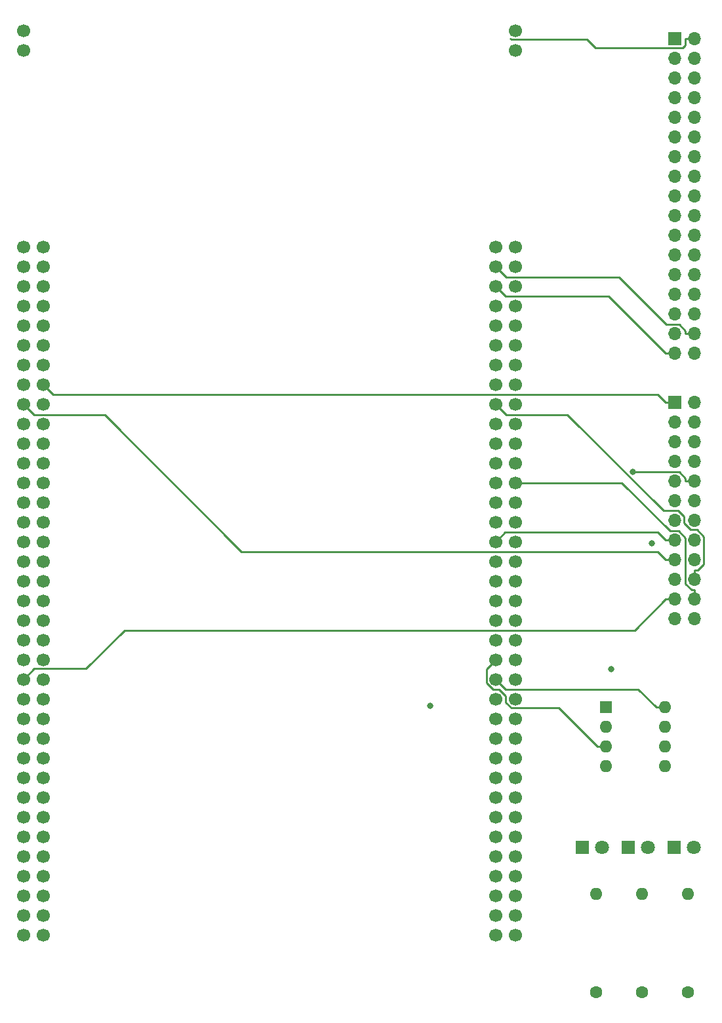
<source format=gbr>
%TF.GenerationSoftware,KiCad,Pcbnew,(5.1.10)-1*%
%TF.CreationDate,2022-06-15T22:29:57+09:00*%
%TF.ProjectId,2022_barami,32303232-5f62-4617-9261-6d692e6b6963,rev?*%
%TF.SameCoordinates,Original*%
%TF.FileFunction,Copper,L4,Bot*%
%TF.FilePolarity,Positive*%
%FSLAX46Y46*%
G04 Gerber Fmt 4.6, Leading zero omitted, Abs format (unit mm)*
G04 Created by KiCad (PCBNEW (5.1.10)-1) date 2022-06-15 22:29:57*
%MOMM*%
%LPD*%
G01*
G04 APERTURE LIST*
%TA.AperFunction,ComponentPad*%
%ADD10C,1.700000*%
%TD*%
%TA.AperFunction,ComponentPad*%
%ADD11O,1.600000X1.600000*%
%TD*%
%TA.AperFunction,ComponentPad*%
%ADD12C,1.600000*%
%TD*%
%TA.AperFunction,ComponentPad*%
%ADD13R,1.600000X1.600000*%
%TD*%
%TA.AperFunction,ComponentPad*%
%ADD14O,1.700000X1.700000*%
%TD*%
%TA.AperFunction,ComponentPad*%
%ADD15R,1.700000X1.700000*%
%TD*%
%TA.AperFunction,ComponentPad*%
%ADD16C,1.800000*%
%TD*%
%TA.AperFunction,ComponentPad*%
%ADD17R,1.800000X1.800000*%
%TD*%
%TA.AperFunction,ViaPad*%
%ADD18C,0.800000*%
%TD*%
%TA.AperFunction,Conductor*%
%ADD19C,0.250000*%
%TD*%
G04 APERTURE END LIST*
D10*
%TO.P,U1,148*%
%TO.N,N/C*%
X143260000Y-45910000D03*
%TO.P,U1,147*%
X143260000Y-43370000D03*
%TO.P,U1,146*%
X79760000Y-45910000D03*
%TO.P,U1,145*%
X79760000Y-43370000D03*
%TO.P,U1,144*%
%TO.N,GND*%
X143260000Y-160210000D03*
%TO.P,U1,143*%
X140720000Y-160210000D03*
%TO.P,U1,142*%
%TO.N,QUADSPI_BK1_NCS*%
X143260000Y-157670000D03*
%TO.P,U1,141*%
%TO.N,N/C*%
X140720000Y-157670000D03*
%TO.P,U1,140*%
X143260000Y-155130000D03*
%TO.P,U1,139*%
X140720000Y-155130000D03*
%TO.P,U1,138*%
%TO.N,LCD_G7*%
X143260000Y-152590000D03*
%TO.P,U1,137*%
%TO.N,LCD_B3*%
X140720000Y-152590000D03*
%TO.P,U1,136*%
%TO.N,N/C*%
X143260000Y-150050000D03*
%TO.P,U1,135*%
%TO.N,GND*%
X140720000Y-150050000D03*
%TO.P,U1,134*%
%TO.N,N/C*%
X143260000Y-147510000D03*
%TO.P,U1,133*%
X140720000Y-147510000D03*
%TO.P,U1,132*%
X143260000Y-144970000D03*
%TO.P,U1,131*%
X140720000Y-144970000D03*
%TO.P,U1,130*%
X143260000Y-142430000D03*
%TO.P,U1,129*%
X140720000Y-142430000D03*
%TO.P,U1,128*%
%TO.N,LCD_G3*%
X143260000Y-139890000D03*
%TO.P,U1,127*%
%TO.N,TIM1_CH3*%
X140720000Y-139890000D03*
%TO.P,U1,126*%
%TO.N,GND*%
X143260000Y-137350000D03*
%TO.P,U1,125*%
%TO.N,LCD_R7*%
X140720000Y-137350000D03*
%TO.P,U1,124*%
%TO.N,TIM1_CH1*%
X143260000Y-134810000D03*
%TO.P,U1,123*%
%TO.N,LCD_CLK*%
X140720000Y-134810000D03*
%TO.P,U1,122*%
%TO.N,N/C*%
X143260000Y-132270000D03*
%TO.P,U1,121*%
%TO.N,LCD_B4*%
X140720000Y-132270000D03*
%TO.P,U1,120*%
%TO.N,N/C*%
X143260000Y-129730000D03*
%TO.P,U1,119*%
X140720000Y-129730000D03*
%TO.P,U1,118*%
X143260000Y-127190000D03*
%TO.P,U1,117*%
%TO.N,QUADSPI_BK1_IO0*%
X140720000Y-127190000D03*
%TO.P,U1,116*%
%TO.N,N/C*%
X143260000Y-124650000D03*
%TO.P,U1,115*%
%TO.N,QUADSPI_BK1_IO1*%
X140720000Y-124650000D03*
%TO.P,U1,114*%
%TO.N,N/C*%
X143260000Y-122110000D03*
%TO.P,U1,113*%
X140720000Y-122110000D03*
%TO.P,U1,112*%
X143260000Y-119570000D03*
%TO.P,U1,111*%
%TO.N,GND*%
X140720000Y-119570000D03*
%TO.P,U1,110*%
%TO.N,N/C*%
X143260000Y-117030000D03*
%TO.P,U1,109*%
%TO.N,LCD_B5*%
X140720000Y-117030000D03*
%TO.P,U1,108*%
%TO.N,N/C*%
X143260000Y-114490000D03*
%TO.P,U1,107*%
X140720000Y-114490000D03*
%TO.P,U1,106*%
X143260000Y-111950000D03*
%TO.P,U1,105*%
X140720000Y-111950000D03*
%TO.P,U1,104*%
%TO.N,GND*%
X143260000Y-109410000D03*
%TO.P,U1,103*%
%TO.N,SPI1_SCK*%
X140720000Y-109410000D03*
%TO.P,U1,102*%
%TO.N,N/C*%
X143260000Y-106870000D03*
%TO.P,U1,101*%
X140720000Y-106870000D03*
%TO.P,U1,100*%
X143260000Y-104330000D03*
%TO.P,U1,99*%
X140720000Y-104330000D03*
%TO.P,U1,98*%
%TO.N,USART1_RX*%
X143260000Y-101790000D03*
%TO.P,U1,97*%
%TO.N,LCD_G4*%
X140720000Y-101790000D03*
%TO.P,U1,96*%
%TO.N,LCD_R6*%
X143260000Y-99250000D03*
%TO.P,U1,95*%
%TO.N,LCD_B3*%
X140720000Y-99250000D03*
%TO.P,U1,94*%
%TO.N,QUADSPI_CLK*%
X143260000Y-96710000D03*
%TO.P,U1,93*%
%TO.N,N/C*%
X140720000Y-96710000D03*
%TO.P,U1,92*%
%TO.N,GND*%
X143260000Y-94170000D03*
%TO.P,U1,91*%
%TO.N,LCD_G6*%
X140720000Y-94170000D03*
%TO.P,U1,90*%
%TO.N,LCD_G5*%
X143260000Y-91630000D03*
%TO.P,U1,89*%
%TO.N,USART1_TX*%
X140720000Y-91630000D03*
%TO.P,U1,88*%
%TO.N,N/C*%
X143260000Y-89090000D03*
%TO.P,U1,87*%
X140720000Y-89090000D03*
%TO.P,U1,86*%
X143260000Y-86550000D03*
%TO.P,U1,85*%
%TO.N,LCD_G2*%
X140720000Y-86550000D03*
%TO.P,U1,84*%
%TO.N,N/C*%
X143260000Y-84010000D03*
%TO.P,U1,83*%
%TO.N,LCD_R4*%
X140720000Y-84010000D03*
%TO.P,U1,82*%
%TO.N,N/C*%
X143260000Y-81470000D03*
%TO.P,U1,81*%
%TO.N,GND*%
X140720000Y-81470000D03*
%TO.P,U1,80*%
%TO.N,N/C*%
X143260000Y-78930000D03*
%TO.P,U1,79*%
X140720000Y-78930000D03*
%TO.P,U1,78*%
X143260000Y-76390000D03*
%TO.P,U1,77*%
%TO.N,LCD_B7*%
X140720000Y-76390000D03*
%TO.P,U1,76*%
%TO.N,LCD_HSYNC*%
X143260000Y-73850000D03*
%TO.P,U1,75*%
%TO.N,LCD_B6*%
X140720000Y-73850000D03*
%TO.P,U1,74*%
%TO.N,N/C*%
X143260000Y-71310000D03*
%TO.P,U1,73*%
X140720000Y-71310000D03*
%TO.P,U1,72*%
%TO.N,GND*%
X82300000Y-160210000D03*
%TO.P,U1,71*%
X79760000Y-160210000D03*
%TO.P,U1,70*%
%TO.N,N/C*%
X82300000Y-157670000D03*
%TO.P,U1,69*%
X79760000Y-157670000D03*
%TO.P,U1,68*%
X82300000Y-155130000D03*
%TO.P,U1,67*%
X79760000Y-155130000D03*
%TO.P,U1,66*%
X82300000Y-152590000D03*
%TO.P,U1,65*%
X79760000Y-152590000D03*
%TO.P,U1,64*%
X82300000Y-150050000D03*
%TO.P,U1,63*%
%TO.N,SPI1_MISO*%
X79760000Y-150050000D03*
%TO.P,U1,62*%
%TO.N,SAI1_SD_A*%
X82300000Y-147510000D03*
%TO.P,U1,61*%
%TO.N,N/C*%
X79760000Y-147510000D03*
%TO.P,U1,60*%
%TO.N,GND*%
X82300000Y-144970000D03*
%TO.P,U1,59*%
%TO.N,N/C*%
X79760000Y-144970000D03*
%TO.P,U1,58*%
X82300000Y-142430000D03*
%TO.P,U1,57*%
%TO.N,LED_ERR*%
X79760000Y-142430000D03*
%TO.P,U1,56*%
%TO.N,SAI1_FS_B*%
X82300000Y-139890000D03*
%TO.P,U1,55*%
%TO.N,LED_RUN*%
X79760000Y-139890000D03*
%TO.P,U1,54*%
%TO.N,SAI1_SCK_B*%
X82300000Y-137350000D03*
%TO.P,U1,53*%
%TO.N,I2C2_SDA*%
X79760000Y-137350000D03*
%TO.P,U1,52*%
%TO.N,N/C*%
X82300000Y-134810000D03*
%TO.P,U1,51*%
%TO.N,I2C2_SCL*%
X79760000Y-134810000D03*
%TO.P,U1,50*%
%TO.N,SAI1_SCK_A*%
X82300000Y-132270000D03*
%TO.P,U1,49*%
%TO.N,GND*%
X79760000Y-132270000D03*
%TO.P,U1,48*%
%TO.N,SAI1_FS_A*%
X82300000Y-129730000D03*
%TO.P,U1,47*%
%TO.N,SAI1_SD_B*%
X79760000Y-129730000D03*
%TO.P,U1,46*%
%TO.N,QUADSPI_BK1_IO2*%
X82300000Y-127190000D03*
%TO.P,U1,45*%
%TO.N,SPI1_MOSI*%
X79760000Y-127190000D03*
%TO.P,U1,44*%
%TO.N,N/C*%
X82300000Y-124650000D03*
%TO.P,U1,43*%
X79760000Y-124650000D03*
%TO.P,U1,42*%
X82300000Y-122110000D03*
%TO.P,U1,41*%
%TO.N,GPIO_EXT3*%
X79760000Y-122110000D03*
%TO.P,U1,40*%
%TO.N,GPIO_EXT1*%
X82300000Y-119570000D03*
%TO.P,U1,39*%
%TO.N,GPIO_EXT2*%
X79760000Y-119570000D03*
%TO.P,U1,38*%
%TO.N,LCD_R5*%
X82300000Y-117030000D03*
%TO.P,U1,37*%
%TO.N,N/C*%
X79760000Y-117030000D03*
%TO.P,U1,36*%
X82300000Y-114490000D03*
%TO.P,U1,35*%
X79760000Y-114490000D03*
%TO.P,U1,34*%
%TO.N,LCD_R3*%
X82300000Y-111950000D03*
%TO.P,U1,33*%
%TO.N,N/C*%
X79760000Y-111950000D03*
%TO.P,U1,32*%
%TO.N,LCD_VSYNC*%
X82300000Y-109410000D03*
%TO.P,U1,31*%
%TO.N,N/C*%
X79760000Y-109410000D03*
%TO.P,U1,30*%
X82300000Y-106870000D03*
%TO.P,U1,29*%
X79760000Y-106870000D03*
%TO.P,U1,28*%
X82300000Y-104330000D03*
%TO.P,U1,27*%
X79760000Y-104330000D03*
%TO.P,U1,26*%
X82300000Y-101790000D03*
%TO.P,U1,25*%
X79760000Y-101790000D03*
%TO.P,U1,24*%
X82300000Y-99250000D03*
%TO.P,U1,23*%
X79760000Y-99250000D03*
%TO.P,U1,22*%
%TO.N,GND*%
X82300000Y-96710000D03*
%TO.P,U1,21*%
%TO.N,N/C*%
X79760000Y-96710000D03*
%TO.P,U1,20*%
%TO.N,GND*%
X82300000Y-94170000D03*
%TO.P,U1,19*%
X79760000Y-94170000D03*
%TO.P,U1,18*%
%TO.N,N/C*%
X82300000Y-91630000D03*
%TO.P,U1,17*%
%TO.N,SPI1_NSS*%
X79760000Y-91630000D03*
%TO.P,U1,16*%
%TO.N,+3V3*%
X82300000Y-89090000D03*
%TO.P,U1,15*%
%TO.N,N/C*%
X79760000Y-89090000D03*
%TO.P,U1,14*%
X82300000Y-86550000D03*
%TO.P,U1,13*%
%TO.N,LCD_BLK*%
X79760000Y-86550000D03*
%TO.P,U1,12*%
%TO.N,N/C*%
X82300000Y-84010000D03*
%TO.P,U1,11*%
X79760000Y-84010000D03*
%TO.P,U1,10*%
X82300000Y-81470000D03*
%TO.P,U1,9*%
%TO.N,QUADSPI_BK1_IO3*%
X79760000Y-81470000D03*
%TO.P,U1,8*%
%TO.N,GND*%
X82300000Y-78930000D03*
%TO.P,U1,7*%
%TO.N,N/C*%
X79760000Y-78930000D03*
%TO.P,U1,6*%
X82300000Y-76390000D03*
%TO.P,U1,5*%
X79760000Y-76390000D03*
%TO.P,U1,4*%
%TO.N,LED_ACT*%
X82300000Y-73850000D03*
%TO.P,U1,3*%
%TO.N,N/C*%
X79760000Y-73850000D03*
%TO.P,U1,2*%
X82300000Y-71310000D03*
%TO.P,U1,1*%
X79760000Y-71310000D03*
%TD*%
D11*
%TO.P,R3,2*%
%TO.N,Net-(D3-Pad2)*%
X165532000Y-154940000D03*
D12*
%TO.P,R3,1*%
%TO.N,LED_ACT*%
X165532000Y-167640000D03*
%TD*%
D11*
%TO.P,R2,2*%
%TO.N,Net-(D2-Pad2)*%
X159591000Y-154940000D03*
D12*
%TO.P,R2,1*%
%TO.N,LED_RUN*%
X159591000Y-167640000D03*
%TD*%
D11*
%TO.P,R1,2*%
%TO.N,Net-(D1-Pad2)*%
X153670000Y-154940000D03*
D12*
%TO.P,R1,1*%
%TO.N,LED_ERR*%
X153670000Y-167640000D03*
%TD*%
D11*
%TO.P,U2,8*%
%TO.N,QUADSPI_BK1_IO0*%
X162560000Y-130810000D03*
%TO.P,U2,4*%
%TO.N,QUADSPI_BK1_IO3*%
X154940000Y-138430000D03*
%TO.P,U2,7*%
%TO.N,GND*%
X162560000Y-133350000D03*
%TO.P,U2,3*%
%TO.N,QUADSPI_BK1_IO1*%
X154940000Y-135890000D03*
%TO.P,U2,6*%
%TO.N,QUADSPI_CLK*%
X162560000Y-135890000D03*
%TO.P,U2,2*%
%TO.N,+3V3*%
X154940000Y-133350000D03*
%TO.P,U2,5*%
%TO.N,QUADSPI_BK1_IO2*%
X162560000Y-138430000D03*
D13*
%TO.P,U2,1*%
%TO.N,QUADSPI_BK1_NCS*%
X154940000Y-130810000D03*
%TD*%
D14*
%TO.P,J2,24*%
%TO.N,GND*%
X166370000Y-119380000D03*
%TO.P,J2,23*%
X163830000Y-119380000D03*
%TO.P,J2,22*%
%TO.N,USART1_RX*%
X166370000Y-116840000D03*
%TO.P,J2,21*%
%TO.N,SPI1_MOSI*%
X163830000Y-116840000D03*
%TO.P,J2,20*%
%TO.N,USART1_TX*%
X166370000Y-114300000D03*
%TO.P,J2,19*%
%TO.N,SPI1_MISO*%
X163830000Y-114300000D03*
%TO.P,J2,18*%
%TO.N,TIM1_CH3*%
X166370000Y-111760000D03*
%TO.P,J2,17*%
%TO.N,SPI1_NSS*%
X163830000Y-111760000D03*
%TO.P,J2,16*%
%TO.N,TIM1_CH1*%
X166370000Y-109220000D03*
%TO.P,J2,15*%
%TO.N,SPI1_SCK*%
X163830000Y-109220000D03*
%TO.P,J2,14*%
%TO.N,I2C2_SCL*%
X166370000Y-106680000D03*
%TO.P,J2,13*%
%TO.N,SAI1_FS_B*%
X163830000Y-106680000D03*
%TO.P,J2,12*%
%TO.N,I2C2_SDA*%
X166370000Y-104140000D03*
%TO.P,J2,11*%
%TO.N,SAI1_SCK_B*%
X163830000Y-104140000D03*
%TO.P,J2,10*%
%TO.N,GPIO_EXT3*%
X166370000Y-101600000D03*
%TO.P,J2,9*%
%TO.N,SAI1_SD_A*%
X163830000Y-101600000D03*
%TO.P,J2,8*%
%TO.N,GPIO_EXT2*%
X166370000Y-99060000D03*
%TO.P,J2,7*%
%TO.N,SAI1_SCK_A*%
X163830000Y-99060000D03*
%TO.P,J2,6*%
%TO.N,GPIO_EXT1*%
X166370000Y-96520000D03*
%TO.P,J2,5*%
%TO.N,SAI1_FS_A*%
X163830000Y-96520000D03*
%TO.P,J2,4*%
%TO.N,N/C*%
X166370000Y-93980000D03*
%TO.P,J2,3*%
%TO.N,SAI1_SD_B*%
X163830000Y-93980000D03*
%TO.P,J2,2*%
%TO.N,+3V3*%
X166370000Y-91440000D03*
D15*
%TO.P,J2,1*%
X163830000Y-91440000D03*
%TD*%
D16*
%TO.P,D3,2*%
%TO.N,Net-(D3-Pad2)*%
X166225000Y-148935000D03*
D17*
%TO.P,D3,1*%
%TO.N,GND*%
X163685000Y-148935000D03*
%TD*%
D16*
%TO.P,D2,2*%
%TO.N,Net-(D2-Pad2)*%
X160325000Y-148935000D03*
D17*
%TO.P,D2,1*%
%TO.N,GND*%
X157785000Y-148935000D03*
%TD*%
D16*
%TO.P,D1,2*%
%TO.N,Net-(D1-Pad2)*%
X154425000Y-148935000D03*
D17*
%TO.P,D1,1*%
%TO.N,GND*%
X151885000Y-148935000D03*
%TD*%
D14*
%TO.P,J1,34*%
%TO.N,LCD_CLK*%
X166370000Y-85090000D03*
%TO.P,J1,33*%
%TO.N,LCD_B7*%
X163830000Y-85090000D03*
%TO.P,J1,32*%
%TO.N,LCD_B6*%
X166370000Y-82550000D03*
%TO.P,J1,31*%
%TO.N,GND*%
X163830000Y-82550000D03*
%TO.P,J1,30*%
%TO.N,LCD_B5*%
X166370000Y-80010000D03*
%TO.P,J1,29*%
%TO.N,LCD_B4*%
X163830000Y-80010000D03*
%TO.P,J1,28*%
%TO.N,N/C*%
X166370000Y-77470000D03*
%TO.P,J1,27*%
%TO.N,GND*%
X163830000Y-77470000D03*
%TO.P,J1,26*%
X166370000Y-74930000D03*
%TO.P,J1,25*%
%TO.N,+3V3*%
X163830000Y-74930000D03*
%TO.P,J1,24*%
X166370000Y-72390000D03*
%TO.P,J1,23*%
%TO.N,LCD_B3*%
X163830000Y-72390000D03*
%TO.P,J1,22*%
%TO.N,GND*%
X166370000Y-69850000D03*
%TO.P,J1,21*%
X163830000Y-69850000D03*
%TO.P,J1,20*%
%TO.N,LCD_BLK*%
X166370000Y-67310000D03*
%TO.P,J1,19*%
%TO.N,GND*%
X163830000Y-67310000D03*
%TO.P,J1,18*%
%TO.N,LCD_G6*%
X166370000Y-64770000D03*
%TO.P,J1,17*%
%TO.N,LCD_G7*%
X163830000Y-64770000D03*
%TO.P,J1,16*%
%TO.N,LCD_G4*%
X166370000Y-62230000D03*
%TO.P,J1,15*%
%TO.N,LCD_G5*%
X163830000Y-62230000D03*
%TO.P,J1,14*%
%TO.N,LCD_G2*%
X166370000Y-59690000D03*
%TO.P,J1,13*%
%TO.N,LCD_G3*%
X163830000Y-59690000D03*
%TO.P,J1,12*%
%TO.N,GND*%
X166370000Y-57150000D03*
%TO.P,J1,11*%
X163830000Y-57150000D03*
%TO.P,J1,10*%
%TO.N,LCD_R6*%
X166370000Y-54610000D03*
%TO.P,J1,9*%
%TO.N,LCD_R7*%
X163830000Y-54610000D03*
%TO.P,J1,8*%
%TO.N,LCD_R4*%
X166370000Y-52070000D03*
%TO.P,J1,7*%
%TO.N,LCD_R5*%
X163830000Y-52070000D03*
%TO.P,J1,6*%
%TO.N,GND*%
X166370000Y-49530000D03*
%TO.P,J1,5*%
%TO.N,LCD_R3*%
X163830000Y-49530000D03*
%TO.P,J1,4*%
%TO.N,GND*%
X166370000Y-46990000D03*
%TO.P,J1,3*%
X163830000Y-46990000D03*
%TO.P,J1,2*%
%TO.N,LCD_VSYNC*%
X166370000Y-44450000D03*
D15*
%TO.P,J1,1*%
%TO.N,LCD_HSYNC*%
X163830000Y-44450000D03*
%TD*%
D18*
%TO.N,GPIO_EXT3*%
X158377000Y-100422000D03*
%TO.N,SAI1_SD_A*%
X160882000Y-109608000D03*
%TO.N,QUADSPI_CLK*%
X155609000Y-125903000D03*
%TO.N,QUADSPI_BK1_IO3*%
X132271000Y-130573000D03*
%TD*%
D19*
%TO.N,LCD_B7*%
X163830000Y-85090000D02*
X162655000Y-85090000D01*
X162655000Y-85090000D02*
X155225000Y-77660000D01*
X155225000Y-77660000D02*
X141990000Y-77660000D01*
X141990000Y-77660000D02*
X140720000Y-76390000D01*
%TO.N,LCD_B6*%
X166370000Y-82550000D02*
X165195000Y-82550000D01*
X165195000Y-82550000D02*
X165195000Y-82182600D01*
X165195000Y-82182600D02*
X164387000Y-81374700D01*
X164387000Y-81374700D02*
X162749000Y-81374700D01*
X162749000Y-81374700D02*
X156589000Y-75214600D01*
X156589000Y-75214600D02*
X142085000Y-75214600D01*
X142085000Y-75214600D02*
X140720000Y-73850000D01*
%TO.N,+3V3*%
X163830000Y-91440000D02*
X162655000Y-91440000D01*
X162655000Y-91440000D02*
X161575000Y-90360000D01*
X161575000Y-90360000D02*
X83570000Y-90360000D01*
X83570000Y-90360000D02*
X82300000Y-89090000D01*
%TO.N,LCD_VSYNC*%
X166370000Y-44450000D02*
X165195000Y-44450000D01*
X165195000Y-44450000D02*
X165195000Y-45258100D01*
X165195000Y-45258100D02*
X164828000Y-45625300D01*
X164828000Y-45625300D02*
X153530000Y-45625300D01*
X153530000Y-45625300D02*
X152450000Y-44545400D01*
X152450000Y-44545400D02*
X142696000Y-44545400D01*
X142696000Y-44545400D02*
X142696000Y-44545000D01*
X142696000Y-44545000D02*
X142601000Y-44450000D01*
%TO.N,USART1_RX*%
X166370000Y-116840000D02*
X166370000Y-115665000D01*
X166370000Y-115665000D02*
X166003000Y-115665000D01*
X166003000Y-115665000D02*
X165195000Y-114857000D01*
X165195000Y-114857000D02*
X165195000Y-108920000D01*
X165195000Y-108920000D02*
X164319000Y-108045000D01*
X164319000Y-108045000D02*
X163214000Y-108045000D01*
X163214000Y-108045000D02*
X156959000Y-101790000D01*
X156959000Y-101790000D02*
X143260000Y-101790000D01*
%TO.N,SPI1_MOSI*%
X163830000Y-116840000D02*
X162655000Y-116840000D01*
X162655000Y-116840000D02*
X158655000Y-120840000D01*
X158655000Y-120840000D02*
X92770500Y-120840000D01*
X92770500Y-120840000D02*
X87785100Y-125825000D01*
X87785100Y-125825000D02*
X81124600Y-125825000D01*
X81124600Y-125825000D02*
X79760000Y-127190000D01*
%TO.N,USART1_TX*%
X166370000Y-114300000D02*
X166370000Y-113125000D01*
X166370000Y-113125000D02*
X166737000Y-113125000D01*
X166737000Y-113125000D02*
X167571000Y-112291000D01*
X167571000Y-112291000D02*
X167571000Y-108759000D01*
X167571000Y-108759000D02*
X166668000Y-107855000D01*
X166668000Y-107855000D02*
X165844000Y-107855000D01*
X165844000Y-107855000D02*
X165005000Y-107016000D01*
X165005000Y-107016000D02*
X165005000Y-106154000D01*
X165005000Y-106154000D02*
X164261000Y-105410000D01*
X164261000Y-105410000D02*
X162340000Y-105410000D01*
X162340000Y-105410000D02*
X149925000Y-92994600D01*
X149925000Y-92994600D02*
X142085000Y-92994600D01*
X142085000Y-92994600D02*
X140720000Y-91630000D01*
%TO.N,SPI1_NSS*%
X163830000Y-111760000D02*
X162655000Y-111760000D01*
X162655000Y-111760000D02*
X161575000Y-110680000D01*
X161575000Y-110680000D02*
X107887000Y-110680000D01*
X107887000Y-110680000D02*
X90201200Y-92994600D01*
X90201200Y-92994600D02*
X81124600Y-92994600D01*
X81124600Y-92994600D02*
X79760000Y-91630000D01*
%TO.N,SPI1_SCK*%
X163830000Y-109220000D02*
X162655000Y-109220000D01*
X162655000Y-109220000D02*
X161642000Y-108208000D01*
X161642000Y-108208000D02*
X141922000Y-108208000D01*
X141922000Y-108208000D02*
X140720000Y-109410000D01*
%TO.N,GPIO_EXT3*%
X166370000Y-101600000D02*
X165195000Y-101600000D01*
X165195000Y-101600000D02*
X165195000Y-101233000D01*
X165195000Y-101233000D02*
X164384000Y-100422000D01*
X164384000Y-100422000D02*
X158377000Y-100422000D01*
%TO.N,QUADSPI_BK1_IO0*%
X162560000Y-130810000D02*
X161435000Y-130810000D01*
X161435000Y-130810000D02*
X159085000Y-128460000D01*
X159085000Y-128460000D02*
X141990000Y-128460000D01*
X141990000Y-128460000D02*
X140720000Y-127190000D01*
%TO.N,QUADSPI_BK1_IO1*%
X154940000Y-135890000D02*
X153815000Y-135890000D01*
X153815000Y-135890000D02*
X148830000Y-130905000D01*
X148830000Y-130905000D02*
X142734000Y-130905000D01*
X142734000Y-130905000D02*
X141990000Y-130161000D01*
X141990000Y-130161000D02*
X141990000Y-129338000D01*
X141990000Y-129338000D02*
X141112000Y-128460000D01*
X141112000Y-128460000D02*
X140326000Y-128460000D01*
X140326000Y-128460000D02*
X139537000Y-127671000D01*
X139537000Y-127671000D02*
X139537000Y-125833000D01*
X139537000Y-125833000D02*
X140720000Y-124650000D01*
%TD*%
M02*

</source>
